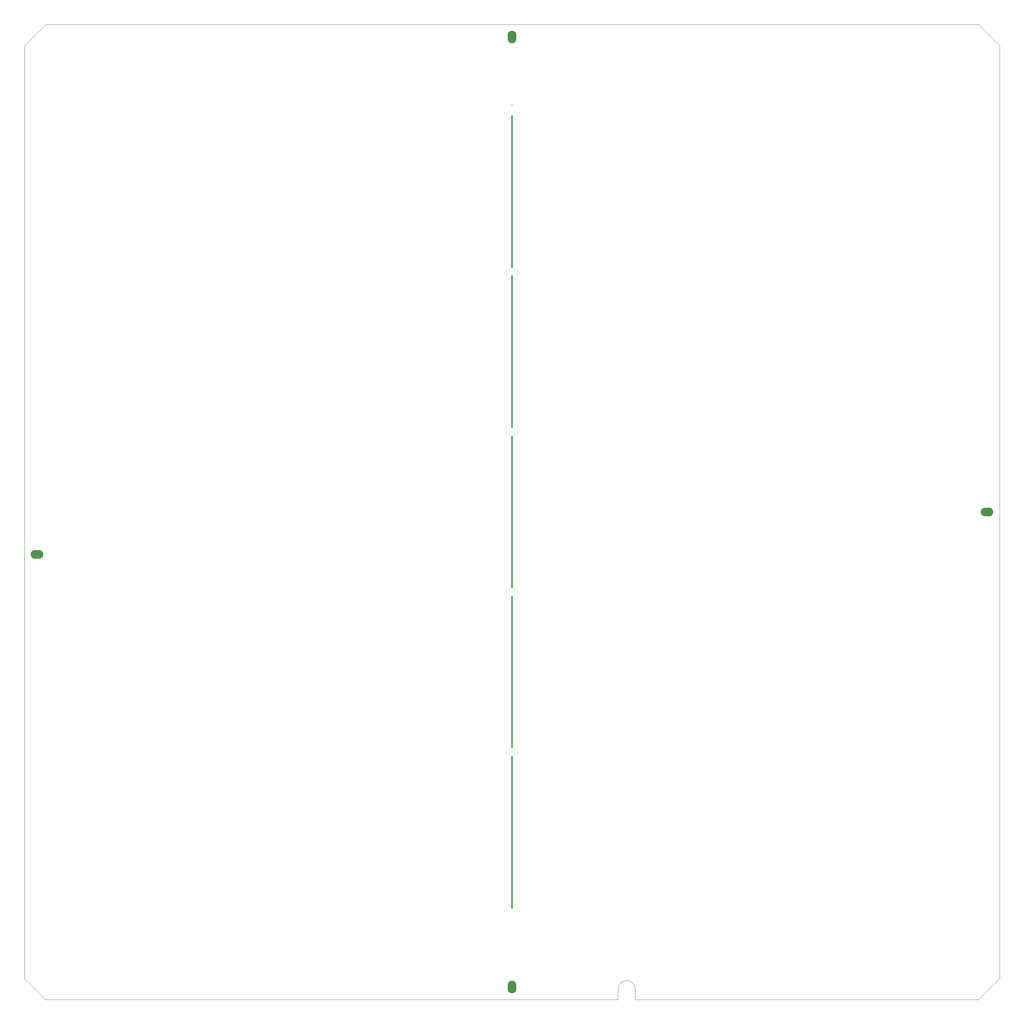
<source format=gbr>
G04 created by R. Pogge 2011 May 3 *
G04 MODS LS60x5x0.6 Mask *

%FSLAX33Y33*%
%MOMM*%
%SFA1.0B1.0*%

G04 Aperture Definition *
%ADD10C,0.0*%
%ADD11R,0.360X36.000*%
%ADD12C,0.180*%
%ADD501R,0.150X0.700*%
%ADD502R,0.700X0.150*%
%ADD521O,3.000X2.050*%
%ADD522O,2.050X3.000*%

%LNMASK*%
%LPD*%
G04 Slits *
G54D11*
X120000Y120000D03*
G54D11*
X120000Y157800D03*
G54D11*
X120000Y195600D03*
G54D11*
X120000Y82200D03*
G54D11*
X120000Y44400D03*
G54D12*
X120000Y216000D03*

G04 Centering Holes *
G54D521*
X232000Y120000D03*
X8000Y110000D03*
G54D522*
X120000Y232000D03*
X120000Y8000D03*
G54D10*

G04 Mask Countour *
G01X5000Y10000D02*
X10000Y5000D01*
X145000Y5000D01*
X145000Y7500D01*
G75*
G02X149000Y7500I2000J0D01*
G01X149000Y5000D01*
X230000Y5000D01*
X235000Y10000D01*
X235000Y230000D01*
X230000Y235000D01*
X10000Y235000D01*
X5000Y230000D01*
X5000Y10000D01*
M02*

</source>
